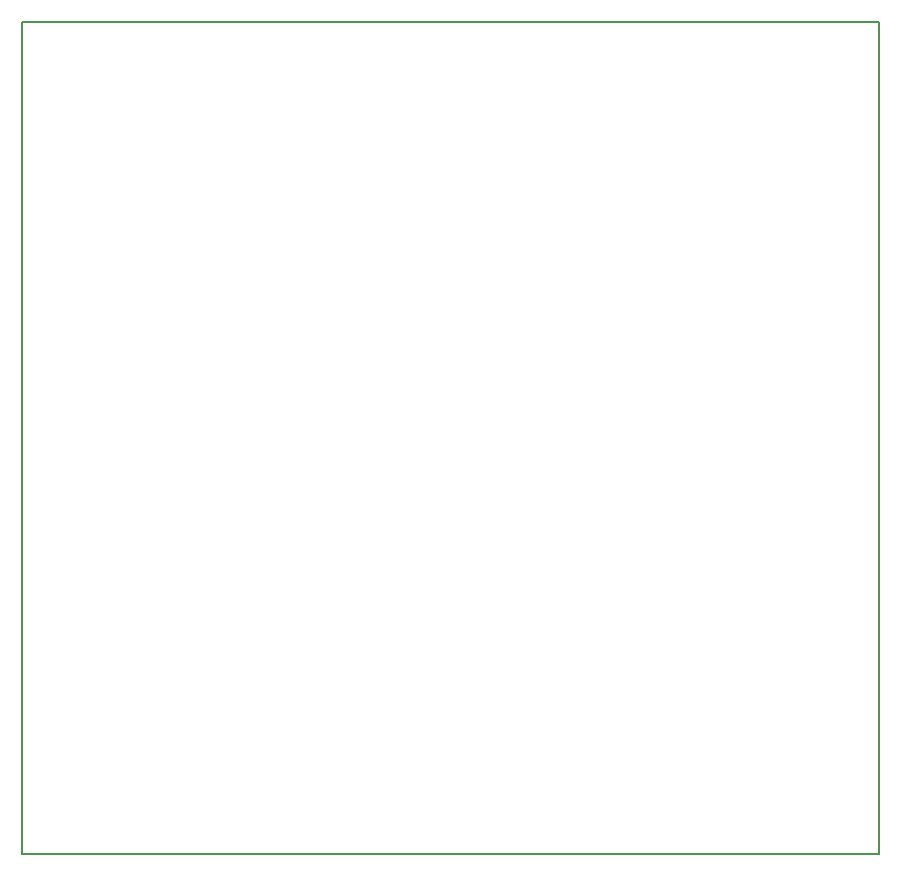
<source format=gko>
G04 DipTrace 2.4.0.2*
%INBoardOutline.GKO*%
%MOMM*%
%ADD10C,0.15*%
%FSLAX53Y53*%
G04*
G71*
G90*
G75*
G01*
%LNBoardOutline*%
%LPD*%
X0Y0D2*
D10*
Y70500D1*
X72500D1*
Y0D1*
X0D1*
M02*

</source>
